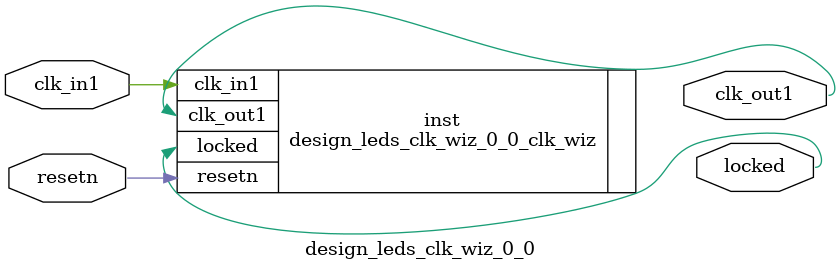
<source format=v>


`timescale 1ps/1ps

(* CORE_GENERATION_INFO = "design_leds_clk_wiz_0_0,clk_wiz_v6_0_11_0_0,{component_name=design_leds_clk_wiz_0_0,use_phase_alignment=true,use_min_o_jitter=false,use_max_i_jitter=false,use_dyn_phase_shift=false,use_inclk_switchover=false,use_dyn_reconfig=false,enable_axi=0,feedback_source=FDBK_AUTO,PRIMITIVE=MMCM,num_out_clk=1,clkin1_period=8.000,clkin2_period=10.000,use_power_down=false,use_reset=true,use_locked=true,use_inclk_stopped=false,feedback_type=SINGLE,CLOCK_MGR_TYPE=NA,manual_override=false}" *)

module design_leds_clk_wiz_0_0 
 (
  // Clock out ports
  output        clk_out1,
  // Status and control signals
  input         resetn,
  output        locked,
 // Clock in ports
  input         clk_in1
 );

  design_leds_clk_wiz_0_0_clk_wiz inst
  (
  // Clock out ports  
  .clk_out1(clk_out1),
  // Status and control signals               
  .resetn(resetn), 
  .locked(locked),
 // Clock in ports
  .clk_in1(clk_in1)
  );

endmodule

</source>
